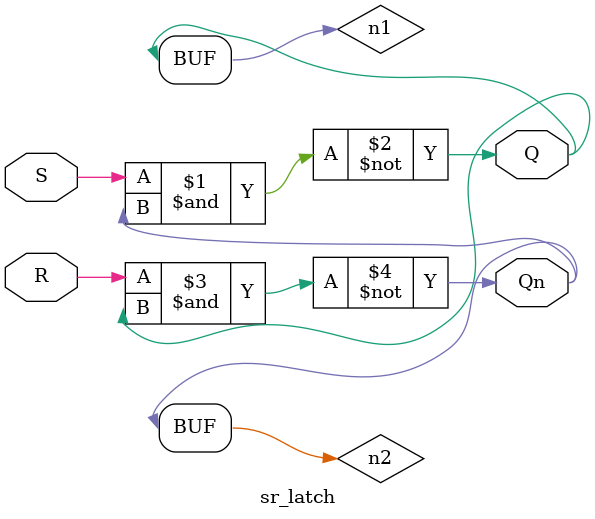
<source format=sv>
module mux_2x1 (
    input wire a,
    input wire b,
    input wire sel,
    output wire y
);
    assign y = (sel) ? b : a;
endmodule


module decoder_4x2 (
    input wire [1:0] in,
    output wire [3:0] out
);
    assign out[0] = ~in[1] & ~in[0];
    assign out[1] = ~in[1] & in[0];
    assign out[2] = in[1] & ~in[0];
    assign out[3] = in[1] & in[0];
endmodule

module sr_latch (
    input wire S,
    input wire R,
    output wire Q,
    output wire Qn
);
    wire n1, n2;

    assign n1 = ~(S & Qn);
    assign n2 = ~(R & Q);
    assign Q = n1;
    assign Qn = n2;
endmodule
</source>
